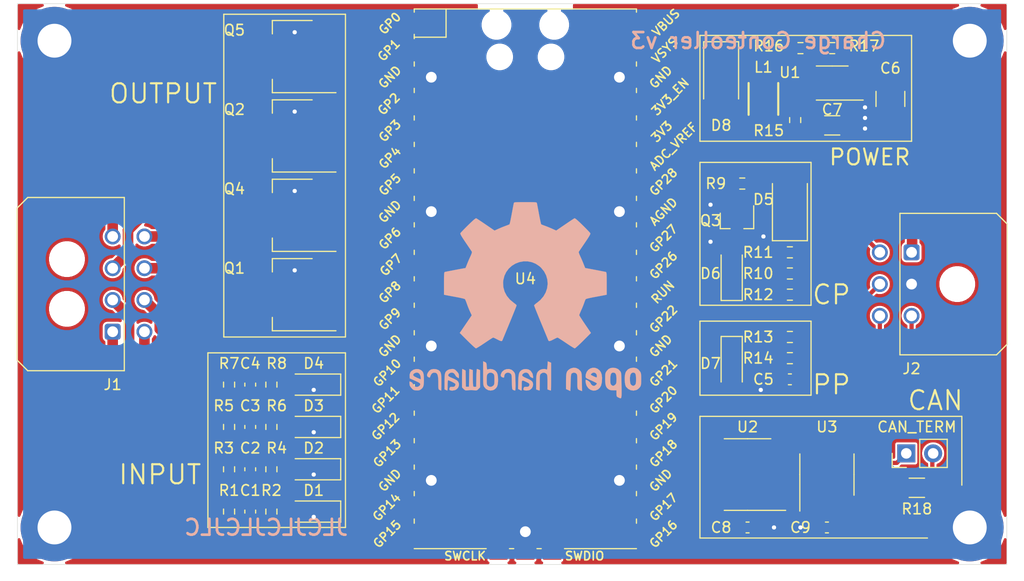
<source format=kicad_pcb>
(kicad_pcb (version 20171130) (host pcbnew 5.1.12-84ad8e8a86~92~ubuntu20.04.1)
  (layers (0 F.Cu signal) (31 B.Cu signal) (34 B.Paste user) (35 F.Paste user) (36 B.SilkS user) (37 F.SilkS user) (38 B.Mask user) (39 F.Mask user) (44 Edge.Cuts user))
  (net 0 "")
  (net 1 GND)
  (net 2 SPI_MISO)
  (net 3 SPI_CS)
  (net 4 SPI_CLK)
  (net 5 SPI_MOSI)
  (net 6 8Mhz)
  (net 7 CAN_INT)
  (net 8 +3V3)
  (net 9 RXCAN)
  (net 10 TXCAN)
  (net 11 +5V)
  (net 12 +12V)
  (net 13 CANL)
  (net 14 CANH)
  (net 15 "Net-(L1-Pad2)")
  (net 16 MCU_PP)
  (net 17 IN1)
  (net 18 EVSE_CP)
  (net 19 MCU_CP)
  (net 20 EVSE_PP)
  (net 21 MCU_SW)
  (net 22 "Net-(D5-Pad1)")
  (net 23 OUT1)
  (net 24 OUT12_4)
  (net 25 IN12_4)
  (net 26 OUT12_3)
  (net 27 IN12_3)
  (net 28 OUT12_2)
  (net 29 IN12_2)
  (net 30 OUT12_1)
  (net 31 IN12_1)
  (net 32 OUT2)
  (net 33 OUT3)
  (net 34 OUT4)
  (net 35 IN2)
  (net 36 IN3)
  (net 37 IN4)
  (net 38 Rs)
  (net 39 "Net-(D8-Pad1)")
  (net 40 "Net-(J3-Pad2)")
  (net 41 "Net-(Q3-Pad1)")
  (net 42 "Net-(Q3-Pad3)")
  (net 43 "Net-(R15-Pad1)")
  (net 44 "Net-(R16-Pad2)")
  (module Symbol:OSHW-Logo2_24.3x20mm_SilkScreen (layer B.Cu) (at 130.5 90 180)
    (fp_text reference REF** hide)
    (fp_text value OSHW-Logo2_24.3x20mm_SilkScreen hide)
  )
  (module footprints:RPi_Pico_SMD_TH (layer F.Cu) (at 130.5 88)
    (fp_text reference U4 (at 0 0) (layer F.SilkS))
    (fp_text value Pico)
    (fp_text user SWDIO (at 5.6 26.2) (layer F.SilkS) (effects (font (size 0.8 0.8))))
    (fp_text user SWCLK (at -5.7 26.2) (layer F.SilkS) (effects (font (size 0.8 0.8))))
    (fp_text user AGND (at 13.054 -6.35 45) (layer F.SilkS) (effects (font (size 0.8 0.8))))
    (fp_text user GND (at 12.8 -19.05 45) (layer F.SilkS) (effects (font (size 0.8 0.8))))
    (fp_text user GND (at 12.8 6.35 45) (layer F.SilkS) (effects (font (size 0.8 0.8))))
    (fp_text user GND (at 12.8 19.05 45) (layer F.SilkS) (effects (font (size 0.8 0.8))))
    (fp_text user GND (at -12.8 19.05 45) (layer F.SilkS) (effects (font (size 0.8 0.8))))
    (fp_text user GND (at -12.8 6.35 45) (layer F.SilkS) (effects (font (size 0.8 0.8))))
    (fp_text user GND (at -12.8 -6.35 45) (layer F.SilkS) (effects (font (size 0.8 0.8))))
    (fp_text user GND (at -12.8 -19.05 45) (layer F.SilkS) (effects (font (size 0.8 0.8))))
    (fp_text user VBUS (at 13.3 -24.2 45) (layer F.SilkS) (effects (font (size 0.8 0.8))))
    (fp_text user VSYS (at 13.2 -21.59 45) (layer F.SilkS) (effects (font (size 0.8 0.8))))
    (fp_text user 3V3_EN (at 13.7 -17.2 45) (layer F.SilkS) (effects (font (size 0.8 0.8))))
    (fp_text user 3V3 (at 12.9 -13.9 45) (layer F.SilkS) (effects (font (size 0.8 0.8))))
    (fp_text user ADC_VREF (at 14 -12.5 45) (layer F.SilkS) (effects (font (size 0.8 0.8))))
    (fp_text user GP28 (at 13.054 -9.144 45) (layer F.SilkS) (effects (font (size 0.8 0.8))))
    (fp_text user GP27 (at 13.054 -3.8 45) (layer F.SilkS) (effects (font (size 0.8 0.8))))
    (fp_text user GP26 (at 13.054 -1.27 45) (layer F.SilkS) (effects (font (size 0.8 0.8))))
    (fp_text user RUN (at 13 1.27 45) (layer F.SilkS) (effects (font (size 0.8 0.8))))
    (fp_text user GP22 (at 13.054 3.81 45) (layer F.SilkS) (effects (font (size 0.8 0.8))))
    (fp_text user GP21 (at 13.054 8.9 45) (layer F.SilkS) (effects (font (size 0.8 0.8))))
    (fp_text user GP20 (at 13.054 11.43 45) (layer F.SilkS) (effects (font (size 0.8 0.8))))
    (fp_text user GP19 (at 13.054 13.97 45) (layer F.SilkS) (effects (font (size 0.8 0.8))))
    (fp_text user GP18 (at 13.054 16.51 45) (layer F.SilkS) (effects (font (size 0.8 0.8))))
    (fp_text user GP17 (at 13.054 21.59 45) (layer F.SilkS) (effects (font (size 0.8 0.8))))
    (fp_text user GP16 (at 13.054 24.13 45) (layer F.SilkS) (effects (font (size 0.8 0.8))))
    (fp_text user GP15 (at -13.054 24.13 45) (layer F.SilkS) (effects (font (size 0.8 0.8))))
    (fp_text user GP14 (at -13.1 21.59 45) (layer F.SilkS) (effects (font (size 0.8 0.8))))
    (fp_text user GP13 (at -13.054 16.51 45) (layer F.SilkS) (effects (font (size 0.8 0.8))))
    (fp_text user GP11 (at -13.2 11.43 45) (layer F.SilkS) (effects (font (size 0.8 0.8))))
    (fp_text user GP10 (at -13.054 8.89 45) (layer F.SilkS) (effects (font (size 0.8 0.8))))
    (fp_text user GP9 (at -12.8 3.81 45) (layer F.SilkS) (effects (font (size 0.8 0.8))))
    (fp_text user GP8 (at -12.8 1.27 45) (layer F.SilkS) (effects (font (size 0.8 0.8))))
    (fp_text user GP7 (at -12.7 -1.3 45) (layer F.SilkS) (effects (font (size 0.8 0.8))))
    (fp_text user GP6 (at -12.8 -3.81 45) (layer F.SilkS) (effects (font (size 0.8 0.8))))
    (fp_text user GP5 (at -12.8 -8.89 45) (layer F.SilkS) (effects (font (size 0.8 0.8))))
    (fp_text user GP4 (at -12.8 -11.43 45) (layer F.SilkS) (effects (font (size 0.8 0.8))))
    (fp_text user GP3 (at -12.8 -13.97 45) (layer F.SilkS) (effects (font (size 0.8 0.8))))
    (fp_text user GP0 (at -12.8 -24.13 45) (layer F.SilkS) (effects (font (size 0.8 0.8))))
    (fp_text user GP2 (at -12.9 -16.51 45) (layer F.SilkS) (effects (font (size 0.8 0.8))))
    (fp_text user GP1 (at -12.9 -21.6 45) (layer F.SilkS) (effects (font (size 0.8 0.8))))
    (fp_text user GP12 (at -13.208 13.97 45) (layer F.SilkS) (effects (font (size 0.8 0.8))))
    (pad 43 smd rect (at 2.54 23.9 90) (size 3.5 1.7) (drill (offset -0.9 0)) (layers F.Cu F.Mask))
    (pad 42 thru_hole rect (at 0 23.9) (size 1.7 1.7) (drill 1.02) (layers *.Cu *.Mask) (net 1 GND))
    (pad 42 smd rect (at 0 23.9 90) (size 3.5 1.7) (drill (offset -0.9 0)) (layers F.Cu F.Mask) (net 1 GND))
    (pad 41 smd rect (at -2.54 23.9 90) (size 3.5 1.7) (drill (offset -0.9 0)) (layers F.Cu F.Mask))
    (pad "" np_thru_hole oval (at 2.425 -20.97) (size 1.5 1.5) (drill 1.5) (layers *.Cu *.Mask))
    (pad "" np_thru_hole oval (at -2.425 -20.97) (size 1.5 1.5) (drill 1.5) (layers *.Cu *.Mask))
    (pad "" np_thru_hole oval (at 2.725 -24) (size 1.8 1.8) (drill 1.8) (layers *.Cu *.Mask))
    (pad "" np_thru_hole oval (at -2.725 -24) (size 1.8 1.8) (drill 1.8) (layers *.Cu *.Mask))
    (pad 21 smd rect (at 8.89 24.13) (size 3.5 1.7) (drill (offset 0.9 0)) (layers F.Cu F.Mask) (net 2 SPI_MISO))
    (pad 22 smd rect (at 8.89 21.59) (size 3.5 1.7) (drill (offset 0.9 0)) (layers F.Cu F.Mask) (net 3 SPI_CS))
    (pad 23 smd rect (at 8.89 19.05) (size 3.5 1.7) (drill (offset 0.9 0)) (layers F.Cu F.Mask) (net 1 GND))
    (pad 24 smd rect (at 8.89 16.51) (size 3.5 1.7) (drill (offset 0.9 0)) (layers F.Cu F.Mask) (net 4 SPI_CLK))
    (pad 25 smd rect (at 8.89 13.97) (size 3.5 1.7) (drill (offset 0.9 0)) (layers F.Cu F.Mask) (net 5 SPI_MOSI))
    (pad 26 smd rect (at 8.89 11.43) (size 3.5 1.7) (drill (offset 0.9 0)) (layers F.Cu F.Mask) (net 7 CAN_INT))
    (pad 27 smd rect (at 8.89 8.89) (size 3.5 1.7) (drill (offset 0.9 0)) (layers F.Cu F.Mask) (net 6 8Mhz))
    (pad 28 smd rect (at 8.89 6.35) (size 3.5 1.7) (drill (offset 0.9 0)) (layers F.Cu F.Mask) (net 1 GND))
    (pad 29 smd rect (at 8.89 3.81) (size 3.5 1.7) (drill (offset 0.9 0)) (layers F.Cu F.Mask) (net 38 Rs))
    (pad 30 smd rect (at 8.89 1.27) (size 3.5 1.7) (drill (offset 0.9 0)) (layers F.Cu F.Mask))
    (pad 31 smd rect (at 8.89 -1.27) (size 3.5 1.7) (drill (offset 0.9 0)) (layers F.Cu F.Mask) (net 16 MCU_PP))
    (pad 32 smd rect (at 8.89 -3.81) (size 3.5 1.7) (drill (offset 0.9 0)) (layers F.Cu F.Mask) (net 19 MCU_CP))
    (pad 33 smd rect (at 8.89 -6.35) (size 3.5 1.7) (drill (offset 0.9 0)) (layers F.Cu F.Mask) (net 1 GND))
    (pad 34 smd rect (at 8.89 -8.89) (size 3.5 1.7) (drill (offset 0.9 0)) (layers F.Cu F.Mask) (net 21 MCU_SW))
    (pad 35 smd rect (at 8.89 -11.43) (size 3.5 1.7) (drill (offset 0.9 0)) (layers F.Cu F.Mask))
    (pad 36 smd rect (at 8.89 -13.97) (size 3.5 1.7) (drill (offset 0.9 0)) (layers F.Cu F.Mask) (net 8 +3V3))
    (pad 37 smd rect (at 8.89 -16.51) (size 3.5 1.7) (drill (offset 0.9 0)) (layers F.Cu F.Mask))
    (pad 38 smd rect (at 8.89 -19.05) (size 3.5 1.7) (drill (offset 0.9 0)) (layers F.Cu F.Mask) (net 1 GND))
    (pad 39 smd rect (at 8.89 -21.59) (size 3.5 1.7) (drill (offset 0.9 0)) (layers F.Cu F.Mask) (net 39 "Net-(D8-Pad1)"))
    (pad 40 smd rect (at 8.89 -24.13) (size 3.5 1.7) (drill (offset 0.9 0)) (layers F.Cu F.Mask))
    (pad 20 smd rect (at -8.89 24.13) (size 3.5 1.7) (drill (offset -0.9 0)) (layers F.Cu F.Mask))
    (pad 19 smd rect (at -8.89 21.59) (size 3.5 1.7) (drill (offset -0.9 0)) (layers F.Cu F.Mask) (net 17 IN1))
    (pad 18 smd rect (at -8.89 19.05) (size 3.5 1.7) (drill (offset -0.9 0)) (layers F.Cu F.Mask) (net 1 GND))
    (pad 17 smd rect (at -8.89 16.51) (size 3.5 1.7) (drill (offset -0.9 0)) (layers F.Cu F.Mask) (net 35 IN2))
    (pad 16 smd rect (at -8.89 13.97) (size 3.5 1.7) (drill (offset -0.9 0)) (layers F.Cu F.Mask) (net 36 IN3))
    (pad 15 smd rect (at -8.89 11.43) (size 3.5 1.7) (drill (offset -0.9 0)) (layers F.Cu F.Mask))
    (pad 14 smd rect (at -8.89 8.89) (size 3.5 1.7) (drill (offset -0.9 0)) (layers F.Cu F.Mask) (net 37 IN4))
    (pad 13 smd rect (at -8.89 6.35) (size 3.5 1.7) (drill (offset -0.9 0)) (layers F.Cu F.Mask) (net 1 GND))
    (pad 12 smd rect (at -8.89 3.81) (size 3.5 1.7) (drill (offset -0.9 0)) (layers F.Cu F.Mask) (net 23 OUT1))
    (pad 11 smd rect (at -8.89 1.27) (size 3.5 1.7) (drill (offset -0.9 0)) (layers F.Cu F.Mask))
    (pad 10 smd rect (at -8.89 -1.27) (size 3.5 1.7) (drill (offset -0.9 0)) (layers F.Cu F.Mask))
    (pad 9 smd rect (at -8.89 -3.81) (size 3.5 1.7) (drill (offset -0.9 0)) (layers F.Cu F.Mask) (net 32 OUT2))
    (pad 8 smd rect (at -8.89 -6.35) (size 3.5 1.7) (drill (offset -0.9 0)) (layers F.Cu F.Mask) (net 1 GND))
    (pad 7 smd rect (at -8.89 -8.89) (size 3.5 1.7) (drill (offset -0.9 0)) (layers F.Cu F.Mask))
    (pad 6 smd rect (at -8.89 -11.43) (size 3.5 1.7) (drill (offset -0.9 0)) (layers F.Cu F.Mask) (net 33 OUT3))
    (pad 5 smd rect (at -8.89 -13.97) (size 3.5 1.7) (drill (offset -0.9 0)) (layers F.Cu F.Mask))
    (pad 4 smd rect (at -8.89 -16.51) (size 3.5 1.7) (drill (offset -0.9 0)) (layers F.Cu F.Mask) (net 34 OUT4))
    (pad 3 smd rect (at -8.89 -19.05) (size 3.5 1.7) (drill (offset -0.9 0)) (layers F.Cu F.Mask) (net 1 GND))
    (pad 2 smd rect (at -8.89 -21.59) (size 3.5 1.7) (drill (offset -0.9 0)) (layers F.Cu F.Mask))
    (pad 1 smd rect (at -8.89 -24.13) (size 3.5 1.7) (drill (offset -0.9 0)) (layers F.Cu F.Mask))
    (pad 38 thru_hole rect (at 8.89 -19.05) (size 1.7 1.7) (drill 1.02) (layers *.Cu *.Mask) (net 1 GND))
    (pad 33 thru_hole rect (at 8.89 -6.35) (size 1.7 1.7) (drill 1.02) (layers *.Cu *.Mask) (net 1 GND))
    (pad 28 thru_hole rect (at 8.89 6.35) (size 1.7 1.7) (drill 1.02) (layers *.Cu *.Mask) (net 1 GND))
    (pad 23 thru_hole rect (at 8.89 19.05) (size 1.7 1.7) (drill 1.02) (layers *.Cu *.Mask) (net 1 GND))
    (pad 18 thru_hole rect (at -8.89 19.05) (size 1.7 1.7) (drill 1.02) (layers *.Cu *.Mask) (net 1 GND))
    (pad 13 thru_hole rect (at -8.89 6.35) (size 1.7 1.7) (drill 1.02) (layers *.Cu *.Mask) (net 1 GND))
    (pad 8 thru_hole rect (at -8.89 -6.35) (size 1.7 1.7) (drill 1.02) (layers *.Cu *.Mask) (net 1 GND))
    (pad 3 thru_hole rect (at -8.89 -19.05) (size 1.7 1.7) (drill 1.02) (layers *.Cu *.Mask) (net 1 GND))
  )
  (module Resistor_SMD:R_0603_1608Metric (layer F.Cu) (at 155.5 93.5)
    (fp_text reference R13 (at -3 0 180) (layer F.SilkS))
    (fp_text value 330)
    (pad 2 smd roundrect (at 0.825 0) (size 0.8 0.95) (layers F.Cu F.Paste F.Mask) (net 20 EVSE_PP))
    (pad 1 smd roundrect (at -0.825 0) (size 0.8 0.95) (layers F.Cu F.Paste F.Mask) (net 8 +3V3))
  )
  (module Capacitor_SMD:C_0603_1608Metric (layer F.Cu) (at 155.5 97.5)
    (fp_text reference C5 (at -2.5 0) (layer F.SilkS))
    (fp_text value 470n)
    (pad 2 smd roundrect (at 0.775 0) (size 0.9 0.95) (layers F.Cu F.Paste F.Mask) (net 1 GND))
    (pad 1 smd roundrect (at -0.775 0) (size 0.9 0.95) (layers F.Cu F.Paste F.Mask) (net 16 MCU_PP))
  )
  (module Capacitor_SMD:C_0603_1608Metric (layer F.Cu) (at 104.5 98 270)
    (fp_text reference C4 (at -2 0 180) (layer F.SilkS))
    (fp_text value 470n)
    (pad 2 smd roundrect (at 0.775 0 270) (size 0.9 0.95) (layers F.Cu F.Paste F.Mask) (net 1 GND))
    (pad 1 smd roundrect (at -0.775 0 270) (size 0.9 0.95) (layers F.Cu F.Paste F.Mask) (net 37 IN4))
  )
  (module Capacitor_SMD:C_0603_1608Metric (layer F.Cu) (at 104.5 102 270)
    (fp_text reference C3 (at -2 0 180) (layer F.SilkS))
    (fp_text value 470n)
    (pad 2 smd roundrect (at 0.775 0 270) (size 0.9 0.95) (layers F.Cu F.Paste F.Mask) (net 1 GND))
    (pad 1 smd roundrect (at -0.775 0 270) (size 0.9 0.95) (layers F.Cu F.Paste F.Mask) (net 36 IN3))
  )
  (module Capacitor_SMD:C_0603_1608Metric (layer F.Cu) (at 104.5 106 270)
    (fp_text reference C2 (at -2 0 180) (layer F.SilkS))
    (fp_text value 470n)
    (pad 2 smd roundrect (at 0.775 0 270) (size 0.9 0.95) (layers F.Cu F.Paste F.Mask) (net 1 GND))
    (pad 1 smd roundrect (at -0.775 0 270) (size 0.9 0.95) (layers F.Cu F.Paste F.Mask) (net 35 IN2))
  )
  (module Capacitor_SMD:C_0603_1608Metric (layer F.Cu) (at 104.5 110 270)
    (fp_text reference C1 (at -2 0 180) (layer F.SilkS))
    (fp_text value 470n)
    (pad 2 smd roundrect (at 0.775 0 270) (size 0.9 0.95) (layers F.Cu F.Paste F.Mask) (net 1 GND))
    (pad 1 smd roundrect (at -0.775 0 270) (size 0.9 0.95) (layers F.Cu F.Paste F.Mask) (net 17 IN1))
  )
  (module Resistor_SMD:R_0603_1608Metric (layer F.Cu) (at 106.5 98 90)
    (fp_text reference R8 (at 2 0.5 180) (layer F.SilkS))
    (fp_text value 1k5)
    (pad 2 smd roundrect (at 0.825 0 90) (size 0.8 0.95) (layers F.Cu F.Paste F.Mask) (net 37 IN4))
    (pad 1 smd roundrect (at -0.825 0 90) (size 0.8 0.95) (layers F.Cu F.Paste F.Mask) (net 1 GND))
  )
  (module Resistor_SMD:R_0603_1608Metric (layer F.Cu) (at 102.5 98 270)
    (fp_text reference R7 (at -2 0 180) (layer F.SilkS))
    (fp_text value 4k7)
    (pad 2 smd roundrect (at 0.825 0 270) (size 0.8 0.95) (layers F.Cu F.Paste F.Mask) (net 25 IN12_4))
    (pad 1 smd roundrect (at -0.825 0 270) (size 0.8 0.95) (layers F.Cu F.Paste F.Mask) (net 37 IN4))
  )
  (module Resistor_SMD:R_0603_1608Metric (layer F.Cu) (at 106.5 102 90)
    (fp_text reference R6 (at 2 0.5 180) (layer F.SilkS))
    (fp_text value 1k5)
    (pad 2 smd roundrect (at 0.825 0 90) (size 0.8 0.95) (layers F.Cu F.Paste F.Mask) (net 36 IN3))
    (pad 1 smd roundrect (at -0.825 0 90) (size 0.8 0.95) (layers F.Cu F.Paste F.Mask) (net 1 GND))
  )
  (module Resistor_SMD:R_0603_1608Metric (layer F.Cu) (at 102.5 102 270)
    (fp_text reference R5 (at -2 0.5 180) (layer F.SilkS))
    (fp_text value 4k7)
    (pad 2 smd roundrect (at 0.825 0 270) (size 0.8 0.95) (layers F.Cu F.Paste F.Mask) (net 27 IN12_3))
    (pad 1 smd roundrect (at -0.825 0 270) (size 0.8 0.95) (layers F.Cu F.Paste F.Mask) (net 36 IN3))
  )
  (module Resistor_SMD:R_0603_1608Metric (layer F.Cu) (at 106.5 106 90)
    (fp_text reference R4 (at 2 0.5 180) (layer F.SilkS))
    (fp_text value 1k5)
    (pad 2 smd roundrect (at 0.825 0 90) (size 0.8 0.95) (layers F.Cu F.Paste F.Mask) (net 35 IN2))
    (pad 1 smd roundrect (at -0.825 0 90) (size 0.8 0.95) (layers F.Cu F.Paste F.Mask) (net 1 GND))
  )
  (module Resistor_SMD:R_0603_1608Metric (layer F.Cu) (at 102.5 106 270)
    (fp_text reference R3 (at -2 0.5 180) (layer F.SilkS))
    (fp_text value 4k7)
    (pad 1 smd roundrect (at -0.825 0 270) (size 0.8 0.95) (layers F.Cu F.Paste F.Mask) (net 35 IN2))
    (pad 2 smd roundrect (at 0.825 0 270) (size 0.8 0.95) (layers F.Cu F.Paste F.Mask) (net 29 IN12_2))
  )
  (module Diode_SMD:D_MiniMELF (layer F.Cu) (at 110.5 98 180)
    (fp_text reference D4 (at 0 2) (layer F.SilkS))
    (fp_text value 3v)
    (pad 2 smd rect (at 1.75 0 180) (size 1.3 1.7) (layers F.Cu F.Paste F.Mask) (net 1 GND))
    (pad 1 smd rect (at -1.75 0 180) (size 1.3 1.7) (layers F.Cu F.Paste F.Mask) (net 37 IN4))
  )
  (module Diode_SMD:D_MiniMELF (layer F.Cu) (at 110.5 102 180)
    (fp_text reference D3 (at 0 2) (layer F.SilkS))
    (fp_text value 3v)
    (pad 2 smd rect (at 1.75 0 180) (size 1.3 1.7) (layers F.Cu F.Paste F.Mask) (net 1 GND))
    (pad 1 smd rect (at -1.75 0 180) (size 1.3 1.7) (layers F.Cu F.Paste F.Mask) (net 36 IN3))
  )
  (module Diode_SMD:D_MiniMELF (layer F.Cu) (at 110.5 106 180)
    (fp_text reference D2 (at 0 2) (layer F.SilkS))
    (fp_text value 3v)
    (pad 2 smd rect (at 1.75 0 180) (size 1.3 1.7) (layers F.Cu F.Paste F.Mask) (net 1 GND))
    (pad 1 smd rect (at -1.75 0 180) (size 1.3 1.7) (layers F.Cu F.Paste F.Mask) (net 35 IN2))
  )
  (module Package_TO_SOT_SMD:SOT-223 (layer F.Cu) (at 108.5 67 180)
    (fp_text reference Q5 (at 5.5 2.5) (layer F.SilkS))
    (fp_text value NCV8402xST)
    (pad 1 smd rect (at -3.15 -2.3 180) (size 2 1.5) (layers F.Cu F.Paste F.Mask) (net 34 OUT4))
    (pad 3 smd rect (at -3.15 2.3 180) (size 2 1.5) (layers F.Cu F.Paste F.Mask) (net 1 GND))
    (pad 2 smd rect (at -3.15 0 180) (size 2 1.5) (layers F.Cu F.Paste F.Mask) (net 24 OUT12_4))
    (pad 4 smd rect (at 3.15 0 180) (size 2 3.8) (layers F.Cu F.Paste F.Mask) (net 24 OUT12_4))
  )
  (module Package_TO_SOT_SMD:SOT-223 (layer F.Cu) (at 108.5 74.5 180)
    (fp_text reference Q2 (at 5.5 2.5) (layer F.SilkS))
    (fp_text value NCV8402xST)
    (pad 1 smd rect (at -3.15 -2.3 180) (size 2 1.5) (layers F.Cu F.Paste F.Mask) (net 33 OUT3))
    (pad 3 smd rect (at -3.15 2.3 180) (size 2 1.5) (layers F.Cu F.Paste F.Mask) (net 1 GND))
    (pad 2 smd rect (at -3.15 0 180) (size 2 1.5) (layers F.Cu F.Paste F.Mask) (net 26 OUT12_3))
    (pad 4 smd rect (at 3.15 0 180) (size 2 3.8) (layers F.Cu F.Paste F.Mask) (net 26 OUT12_3))
  )
  (module Package_TO_SOT_SMD:SOT-223 (layer F.Cu) (at 108.5 82 180)
    (fp_text reference Q4 (at 5.5 2.5) (layer F.SilkS))
    (fp_text value NCV8402xST)
    (pad 1 smd rect (at -3.15 -2.3 180) (size 2 1.5) (layers F.Cu F.Paste F.Mask) (net 32 OUT2))
    (pad 3 smd rect (at -3.15 2.3 180) (size 2 1.5) (layers F.Cu F.Paste F.Mask) (net 1 GND))
    (pad 2 smd rect (at -3.15 0 180) (size 2 1.5) (layers F.Cu F.Paste F.Mask) (net 28 OUT12_2))
    (pad 4 smd rect (at 3.15 0 180) (size 2 3.8) (layers F.Cu F.Paste F.Mask) (net 28 OUT12_2))
  )
  (module Resistor_SMD:R_0603_1608Metric (layer F.Cu) (at 155.5 85.5)
    (fp_text reference R11 (at -3 0) (layer F.SilkS))
    (fp_text value 2k7)
    (pad 2 smd roundrect (at 0.825 0) (size 0.8 0.95) (layers F.Cu F.Paste F.Mask) (net 22 "Net-(D5-Pad1)"))
    (pad 1 smd roundrect (at -0.825 0) (size 0.8 0.95) (layers F.Cu F.Paste F.Mask) (net 1 GND))
  )
  (module Resistor_SMD:R_0603_1608Metric (layer F.Cu) (at 155.5 87.5)
    (fp_text reference R10 (at -3 0 180) (layer F.SilkS))
    (fp_text value 1k5)
    (pad 1 smd roundrect (at -0.825 0) (size 0.8 0.95) (layers F.Cu F.Paste F.Mask) (net 42 "Net-(Q3-Pad3)"))
    (pad 2 smd roundrect (at 0.825 0) (size 0.8 0.95) (layers F.Cu F.Paste F.Mask) (net 22 "Net-(D5-Pad1)"))
  )
  (module Resistor_SMD:R_0603_1608Metric (layer F.Cu) (at 155.5 89.5)
    (fp_text reference R12 (at -3 0 180) (layer F.SilkS))
    (fp_text value 47k)
    (pad 2 smd roundrect (at 0.825 0) (size 0.8 0.95) (layers F.Cu F.Paste F.Mask) (net 22 "Net-(D5-Pad1)"))
    (pad 1 smd roundrect (at -0.825 0) (size 0.8 0.95) (layers F.Cu F.Paste F.Mask) (net 19 MCU_CP))
  )
  (module Resistor_SMD:R_0603_1608Metric (layer F.Cu) (at 151 79 180)
    (fp_text reference R9 (at 2.5 0 180) (layer F.SilkS))
    (fp_text value 2k7)
    (pad 2 smd roundrect (at 0.825 0 180) (size 0.8 0.95) (layers F.Cu F.Paste F.Mask) (net 21 MCU_SW))
    (pad 1 smd roundrect (at -0.825 0 180) (size 0.8 0.95) (layers F.Cu F.Paste F.Mask) (net 41 "Net-(Q3-Pad1)"))
  )
  (module Resistor_SMD:R_0603_1608Metric (layer F.Cu) (at 106.5 110 90)
    (fp_text reference R2 (at 2 0 180) (layer F.SilkS))
    (fp_text value 1k5)
    (pad 2 smd roundrect (at 0.825 0 90) (size 0.8 0.95) (layers F.Cu F.Paste F.Mask) (net 17 IN1))
    (pad 1 smd roundrect (at -0.825 0 90) (size 0.8 0.95) (layers F.Cu F.Paste F.Mask) (net 1 GND))
  )
  (module Resistor_SMD:R_0603_1608Metric (layer F.Cu) (at 102.5 110 270)
    (fp_text reference R1 (at -2 0 180) (layer F.SilkS))
    (fp_text value 4k7)
    (pad 2 smd roundrect (at 0.825 0 270) (size 0.8 0.95) (layers F.Cu F.Paste F.Mask) (net 31 IN12_1))
    (pad 1 smd roundrect (at -0.825 0 270) (size 0.8 0.95) (layers F.Cu F.Paste F.Mask) (net 17 IN1))
  )
  (module Resistor_SMD:R_0603_1608Metric (layer F.Cu) (at 155.5 95.5 180)
    (fp_text reference R14 (at 3 0 180) (layer F.SilkS))
    (fp_text value 47k)
    (pad 2 smd roundrect (at 0.825 0 180) (size 0.8 0.95) (layers F.Cu F.Paste F.Mask) (net 16 MCU_PP))
    (pad 1 smd roundrect (at -0.825 0 180) (size 0.8 0.95) (layers F.Cu F.Paste F.Mask) (net 20 EVSE_PP))
  )
  (module Package_TO_SOT_SMD:SOT-223 (layer F.Cu) (at 108.5 89.5 180)
    (fp_text reference Q1 (at 5.5 2.5) (layer F.SilkS))
    (fp_text value NCV8402xST)
    (pad 1 smd rect (at -3.15 -2.3 180) (size 2 1.5) (layers F.Cu F.Paste F.Mask) (net 23 OUT1))
    (pad 3 smd rect (at -3.15 2.3 180) (size 2 1.5) (layers F.Cu F.Paste F.Mask) (net 1 GND))
    (pad 2 smd rect (at -3.15 0 180) (size 2 1.5) (layers F.Cu F.Paste F.Mask) (net 30 OUT12_1))
    (pad 4 smd rect (at 3.15 0 180) (size 2 3.8) (layers F.Cu F.Paste F.Mask) (net 30 OUT12_1))
  )
  (module Package_TO_SOT_SMD:SOT-23 (layer F.Cu) (at 150.5 82.5 270)
    (fp_text reference Q3 (at 0 2.5) (layer F.SilkS))
    (fp_text value MMBT3904)
    (pad 1 smd rect (at -1 -0.95 270) (size 0.9 0.8) (layers F.Cu F.Paste F.Mask) (net 41 "Net-(Q3-Pad1)"))
    (pad 2 smd rect (at -1 0.95 270) (size 0.9 0.8) (layers F.Cu F.Paste F.Mask) (net 1 GND))
    (pad 3 smd rect (at 1 0 270) (size 0.9 0.8) (layers F.Cu F.Paste F.Mask) (net 42 "Net-(Q3-Pad3)"))
  )
  (module MountingHole:MountingHole_3.2mm_M3_Pad (layer F.Cu) (at 172.5 111.5)
    (fp_text reference H4 hide)
    (fp_text value MountingHole)
    (pad 1 thru_hole circle (at 0 0) (size 6.4 6.4) (drill 3.2) (layers *.Cu *.Mask) (net 1 GND))
  )
  (module MountingHole:MountingHole_3.2mm_M3_Pad (layer F.Cu) (at 86 111.5)
    (fp_text reference H3 hide)
    (fp_text value MountingHole)
    (pad 1 thru_hole circle (at 0 0) (size 6.4 6.4) (drill 3.2) (layers *.Cu *.Mask) (net 1 GND))
  )
  (module MountingHole:MountingHole_3.2mm_M3_Pad (layer F.Cu) (at 172.5 65.5)
    (fp_text reference H2 hide)
    (fp_text value MountingHole)
    (pad 1 thru_hole circle (at 0 0) (size 6.4 6.4) (drill 3.2) (layers *.Cu *.Mask) (net 1 GND))
  )
  (module MountingHole:MountingHole_3.2mm_M3_Pad (layer F.Cu) (at 86 65.5)
    (fp_text reference H1 hide)
    (fp_text value MountingHole)
    (pad 1 thru_hole circle (at 0 0) (size 6.4 6.4) (drill 3.2) (layers *.Cu *.Mask) (net 1 GND))
  )
  (module Diode_SMD:D_MiniMELF (layer F.Cu) (at 150 87.5 90)
    (fp_text reference D6 (at 0 -2 180) (layer F.SilkS))
    (fp_text value 3v)
    (pad 2 smd rect (at 1.75 0 90) (size 1.3 1.7) (layers F.Cu F.Paste F.Mask) (net 1 GND))
    (pad 1 smd rect (at -1.75 0 90) (size 1.3 1.7) (layers F.Cu F.Paste F.Mask) (net 19 MCU_CP))
  )
  (module Diode_SMD:D_SMA (layer F.Cu) (at 155.5 81 90)
    (fp_text reference D5 (at 0.5 -2.5) (layer F.SilkS))
    (fp_text value SS54)
    (pad 1 smd rect (at -2 0 90) (size 2.5 1.8) (layers F.Cu F.Paste F.Mask) (net 22 "Net-(D5-Pad1)"))
    (pad 2 smd rect (at 2 0 90) (size 2.5 1.8) (layers F.Cu F.Paste F.Mask) (net 18 EVSE_CP))
  )
  (module Diode_SMD:D_MiniMELF (layer F.Cu) (at 110.5 110 180)
    (fp_text reference D1 (at 0 2) (layer F.SilkS))
    (fp_text value 3v)
    (pad 2 smd rect (at 1.75 0 180) (size 1.3 1.7) (layers F.Cu F.Paste F.Mask) (net 1 GND))
    (pad 1 smd rect (at -1.75 0 180) (size 1.3 1.7) (layers F.Cu F.Paste F.Mask) (net 17 IN1))
  )
  (module Diode_SMD:D_MiniMELF (layer F.Cu) (at 150 96 270)
    (fp_text reference D7 (at 0 2 180) (layer F.SilkS))
    (fp_text value 3v)
    (pad 2 smd rect (at 1.75 0 270) (size 1.3 1.7) (layers F.Cu F.Paste F.Mask) (net 1 GND))
    (pad 1 smd rect (at -1.75 0 270) (size 1.3 1.7) (layers F.Cu F.Paste F.Mask) (net 16 MCU_PP))
  )
  (module Connector_Molex:Molex_Micro-Fit_3.0_43045-0600_2x03_P3.00mm_Horizontal (layer F.Cu) (at 167 85.5 270)
    (fp_text reference J2 (at 11 0 180) (layer F.SilkS))
    (fp_text value Conn_02x03_Odd_Even)
    (pad 6 thru_hole circle (at 6 3 270) (size 1.5 1.5) (drill 1.02) (layers *.Cu *.Mask) (net 14 CANH))
    (pad 5 thru_hole circle (at 3 3 270) (size 1.5 1.5) (drill 1.02) (layers *.Cu *.Mask) (net 20 EVSE_PP))
    (pad 4 thru_hole circle (at 0 3 270) (size 1.5 1.5) (drill 1.02) (layers *.Cu *.Mask) (net 18 EVSE_CP))
    (pad 3 thru_hole circle (at 6 0 270) (size 1.5 1.5) (drill 1.02) (layers *.Cu *.Mask) (net 13 CANL))
    (pad 2 thru_hole circle (at 3 0 270) (size 1.5 1.5) (drill 1.02) (layers *.Cu *.Mask) (net 1 GND))
    (pad 1 thru_hole roundrect (at 0 0 270) (size 1.5 1.5) (drill 1.02) (layers *.Cu *.Mask) (roundrect_rratio 0.166667) (net 12 +12V))
    (pad "" np_thru_hole circle (at 3 -4.32 270) (size 3 3) (drill 3) (layers *.Cu *.Mask))
  )
  (module Connector_Molex:Molex_Micro-Fit_3.0_43045-0800_2x04_P3.00mm_Horizontal (layer F.Cu) (at 91.5 93 90)
    (fp_text reference J1 (at -5 0 180) (layer F.SilkS))
    (fp_text value Conn_02x04_Odd_Even)
    (pad 8 thru_hole circle (at 9 3 90) (size 1.5 1.5) (drill 1.02) (layers *.Cu *.Mask) (net 28 OUT12_2))
    (pad 7 thru_hole circle (at 6 3 90) (size 1.5 1.5) (drill 1.02) (layers *.Cu *.Mask) (net 30 OUT12_1))
    (pad 6 thru_hole circle (at 3 3 90) (size 1.5 1.5) (drill 1.02) (layers *.Cu *.Mask) (net 25 IN12_4))
    (pad 5 thru_hole circle (at 0 3 90) (size 1.5 1.5) (drill 1.02) (layers *.Cu *.Mask) (net 27 IN12_3))
    (pad 4 thru_hole circle (at 9 0 90) (size 1.5 1.5) (drill 1.02) (layers *.Cu *.Mask) (net 24 OUT12_4))
    (pad 3 thru_hole circle (at 6 0 90) (size 1.5 1.5) (drill 1.02) (layers *.Cu *.Mask) (net 26 OUT12_3))
    (pad 2 thru_hole circle (at 3 0 90) (size 1.5 1.5) (drill 1.02) (layers *.Cu *.Mask) (net 29 IN12_2))
    (pad 1 thru_hole roundrect (at 0 0 90) (size 1.5 1.5) (drill 1.02) (layers *.Cu *.Mask) (roundrect_rratio 0.166667) (net 31 IN12_1))
    (pad "" np_thru_hole circle (at 6.86 -4.32 90) (size 3 3) (drill 3) (layers *.Cu *.Mask))
    (pad "" np_thru_hole circle (at 2.16 -4.32 90) (size 3 3) (drill 3) (layers *.Cu *.Mask))
  )
  (module footprints:1227ASH100MP2 (layer F.Cu) (at 153 71 90)
    (fp_text reference L1 (at 3 0 180) (layer F.SilkS))
    (fp_text value 2.2u hide)
    (pad 2 smd rect (at 1.35 0 90) (size 0.9 1.2) (layers F.Cu F.Paste F.Mask) (net 15 "Net-(L1-Pad2)"))
    (pad 1 smd rect (at -1.35 0 90) (size 0.9 1.2) (layers F.Cu F.Paste F.Mask) (net 11 +5V))
  )
  (module Resistor_SMD:R_1206_3216Metric (layer F.Cu) (at 167.5 107.75 180)
    (fp_text reference R18 (at 0 -2) (layer F.SilkS))
    (fp_text value 120)
    (pad 1 smd roundrect (at -1.4625 0 180) (size 1.125 1.75) (layers F.Cu F.Paste F.Mask) (roundrect_rratio 0.2222204444444444) (net 40 "Net-(J3-Pad2)"))
    (pad 2 smd roundrect (at 1.4625 0 180) (size 1.125 1.75) (layers F.Cu F.Paste F.Mask) (roundrect_rratio 0.2222204444444444) (net 14 CANH))
  )
  (module Connector_PinHeader_2.54mm:PinHeader_1x02_P2.54mm_Vertical (layer F.Cu) (at 166.5 104.5 90)
    (fp_text reference J3 hide)
    (fp_text value CAN_TERM (at 2.5 1 180) (layer F.SilkS))
    (pad 1 thru_hole rect (at 0 0 90) (size 1.7 1.7) (drill 1) (layers *.Cu *.Mask) (net 13 CANL))
    (pad 2 thru_hole oval (at 0 2.54 90) (size 1.7 1.7) (drill 1) (layers *.Cu *.Mask) (net 40 "Net-(J3-Pad2)"))
  )
  (module Capacitor_SMD:C_1206_3216Metric (layer F.Cu) (at 159.5 73.5)
    (fp_text reference C7 (at 0 -1.5) (layer F.SilkS))
    (fp_text value 22u)
    (pad 2 smd roundrect (at 1.475 0) (size 1.15 1.8) (layers F.Cu F.Paste F.Mask) (roundrect_rratio 0.2173904347826087) (net 1 GND))
    (pad 1 smd roundrect (at -1.475 0) (size 1.15 1.8) (layers F.Cu F.Paste F.Mask) (roundrect_rratio 0.2173904347826087) (net 11 +5V))
  )
  (module Package_SO:MSOP-8_3x3mm_P0.65mm (layer F.Cu) (at 159.5 69.5 180)
    (fp_text reference U1 (at 4 1 180) (layer F.SilkS))
    (fp_text value TPS62160DGK)
    (pad 8 smd roundrect (at 2.1125 -0.975 180) (size 1.625 0.4) (layers F.Cu F.Paste F.Mask) (net 43 "Net-(R15-Pad1)"))
    (pad 7 smd roundrect (at 2.1125 -0.325 180) (size 1.625 0.4) (layers F.Cu F.Paste F.Mask) (net 15 "Net-(L1-Pad2)"))
    (pad 6 smd roundrect (at 2.1125 0.325 180) (size 1.625 0.4) (layers F.Cu F.Paste F.Mask) (net 11 +5V))
    (pad 5 smd roundrect (at 2.1125 0.975 180) (size 1.625 0.4) (layers F.Cu F.Paste F.Mask) (net 44 "Net-(R16-Pad2)"))
    (pad 4 smd roundrect (at -2.1125 0.975 180) (size 1.625 0.4) (layers F.Cu F.Paste F.Mask) (net 1 GND))
    (pad 3 smd roundrect (at -2.1125 0.325 180) (size 1.625 0.4) (layers F.Cu F.Paste F.Mask) (net 12 +12V))
    (pad 2 smd roundrect (at -2.1125 -0.325 180) (size 1.625 0.4) (layers F.Cu F.Paste F.Mask) (net 12 +12V))
    (pad 1 smd roundrect (at -2.1125 -0.975 180) (size 1.625 0.4) (layers F.Cu F.Paste F.Mask) (net 1 GND))
  )
  (module Resistor_SMD:R_0603_1608Metric (layer F.Cu) (at 159.5 66.2)
    (fp_text reference R17 (at 3 -0.2) (layer F.SilkS))
    (fp_text value 47k)
    (pad 2 smd roundrect (at 0.825 0) (size 0.8 0.95) (layers F.Cu F.Paste F.Mask) (net 1 GND))
    (pad 1 smd roundrect (at -0.825 0) (size 0.8 0.95) (layers F.Cu F.Paste F.Mask) (net 44 "Net-(R16-Pad2)"))
  )
  (module Resistor_SMD:R_0603_1608Metric (layer F.Cu) (at 156.5 66.2)
    (fp_text reference R16 (at -3 -0.2) (layer F.SilkS))
    (fp_text value 220k)
    (pad 2 smd roundrect (at 0.825 0) (size 0.8 0.95) (layers F.Cu F.Paste F.Mask) (net 44 "Net-(R16-Pad2)"))
    (pad 1 smd roundrect (at -0.825 0) (size 0.8 0.95) (layers F.Cu F.Paste F.Mask) (net 11 +5V))
  )
  (module Resistor_SMD:R_0603_1608Metric (layer F.Cu) (at 156 73 270)
    (fp_text reference R15 (at 1 2.5) (layer F.SilkS))
    (fp_text value 100k)
    (pad 2 smd roundrect (at 0.825 0 270) (size 0.8 0.95) (layers F.Cu F.Paste F.Mask) (net 11 +5V))
    (pad 1 smd roundrect (at -0.825 0 270) (size 0.8 0.95) (layers F.Cu F.Paste F.Mask) (net 43 "Net-(R15-Pad1)"))
  )
  (module Capacitor_SMD:C_1210_3225Metric (layer F.Cu) (at 165 71 270)
    (fp_text reference C6 (at -2.9 0 180) (layer F.SilkS))
    (fp_text value 10u)
    (pad 2 smd roundrect (at 1.475 0 270) (size 1.15 2.7) (layers F.Cu F.Paste F.Mask) (roundrect_rratio 0.2173904347826087) (net 1 GND))
    (pad 1 smd roundrect (at -1.475 0 270) (size 1.15 2.7) (layers F.Cu F.Paste F.Mask) (roundrect_rratio 0.2173904347826087) (net 12 +12V))
  )
  (module Capacitor_SMD:C_0603_1608Metric (layer F.Cu) (at 159 111.5 180)
    (fp_text reference C9 (at 2.5 0) (layer F.SilkS))
    (fp_text value 100n)
    (pad 2 smd roundrect (at 0.775 0 180) (size 0.9 0.95) (layers F.Cu F.Paste F.Mask) (net 1 GND))
    (pad 1 smd roundrect (at -0.775 0 180) (size 0.9 0.95) (layers F.Cu F.Paste F.Mask) (net 8 +3V3))
  )
  (module Capacitor_SMD:C_0603_1608Metric (layer F.Cu) (at 151.5 111.5)
    (fp_text reference C8 (at -2.5 0 180) (layer F.SilkS))
    (fp_text value 100n)
    (pad 2 smd roundrect (at 0.775 0) (size 0.9 0.95) (layers F.Cu F.Paste F.Mask) (net 1 GND))
    (pad 1 smd roundrect (at -0.775 0) (size 0.9 0.95) (layers F.Cu F.Paste F.Mask) (net 8 +3V3))
  )
  (module Package_SO:SOIC-8_3.9x4.9mm_P1.27mm (layer F.Cu) (at 159 106.5 90)
    (fp_text reference U3 (at 4.5 0 180) (layer F.SilkS))
    (fp_text value SN65HVD230)
    (pad 8 smd roundrect (at 2.475 -1.905 90) (size 1.95 0.6) (layers F.Cu F.Paste F.Mask) (net 38 Rs))
    (pad 7 smd roundrect (at 2.475 -0.635 90) (size 1.95 0.6) (layers F.Cu F.Paste F.Mask) (net 14 CANH))
    (pad 6 smd roundrect (at 2.475 0.635 90) (size 1.95 0.6) (layers F.Cu F.Paste F.Mask) (net 13 CANL))
    (pad 5 smd roundrect (at 2.475 1.905 90) (size 1.95 0.6) (layers F.Cu F.Paste F.Mask))
    (pad 4 smd roundrect (at -2.475 1.905 90) (size 1.95 0.6) (layers F.Cu F.Paste F.Mask) (net 9 RXCAN))
    (pad 3 smd roundrect (at -2.475 0.635 90) (size 1.95 0.6) (layers F.Cu F.Paste F.Mask) (net 8 +3V3))
    (pad 2 smd roundrect (at -2.475 -0.635 90) (size 1.95 0.6) (layers F.Cu F.Paste F.Mask) (net 1 GND))
    (pad 1 smd roundrect (at -2.475 -1.905 90) (size 1.95 0.6) (layers F.Cu F.Paste F.Mask) (net 10 TXCAN))
  )
  (module Package_SO:TSSOP-20_4.4x6.5mm_P0.65mm (layer F.Cu) (at 151.5 106.5 180)
    (fp_text reference U2 (at 0 4.5 180) (layer F.SilkS))
    (fp_text value MCP2515-xST)
    (pad 20 smd roundrect (at 2.8625 -2.925 180) (size 1.475 0.4) (layers F.Cu F.Paste F.Mask) (net 8 +3V3))
    (pad 19 smd roundrect (at 2.8625 -2.275 180) (size 1.475 0.4) (layers F.Cu F.Paste F.Mask) (net 8 +3V3))
    (pad 18 smd roundrect (at 2.8625 -1.625 180) (size 1.475 0.4) (layers F.Cu F.Paste F.Mask) (net 3 SPI_CS))
    (pad 17 smd roundrect (at 2.8625 -0.975 180) (size 1.475 0.4) (layers F.Cu F.Paste F.Mask) (net 2 SPI_MISO))
    (pad 16 smd roundrect (at 2.8625 -0.325 180) (size 1.475 0.4) (layers F.Cu F.Paste F.Mask) (net 5 SPI_MOSI))
    (pad 15 smd roundrect (at 2.8625 0.325 180) (size 1.475 0.4) (layers F.Cu F.Paste F.Mask))
    (pad 14 smd roundrect (at 2.8625 0.975 180) (size 1.475 0.4) (layers F.Cu F.Paste F.Mask) (net 4 SPI_CLK))
    (pad 13 smd roundrect (at 2.8625 1.625 180) (size 1.475 0.4) (layers F.Cu F.Paste F.Mask) (net 7 CAN_INT))
    (pad 12 smd roundrect (at 2.8625 2.275 180) (size 1.475 0.4) (layers F.Cu F.Paste F.Mask))
    (pad 11 smd roundrect (at 2.8625 2.925 180) (size 1.475 0.4) (layers F.Cu F.Paste F.Mask))
    (pad 10 smd roundrect (at -2.8625 2.925 180) (size 1.475 0.4) (layers F.Cu F.Paste F.Mask) (net 1 GND))
    (pad 9 smd roundrect (at -2.8625 2.275 180) (size 1.475 0.4) (layers F.Cu F.Paste F.Mask) (net 6 8Mhz))
    (pad 8 smd roundrect (at -2.8625 1.625 180) (size 1.475 0.4) (layers F.Cu F.Paste F.Mask))
    (pad 7 smd roundrect (at -2.8625 0.975 180) (size 1.475 0.4) (layers F.Cu F.Paste F.Mask))
    (pad 6 smd roundrect (at -2.8625 0.325 180) (size 1.475 0.4) (layers F.Cu F.Paste F.Mask))
    (pad 5 smd roundrect (at -2.8625 -0.325 180) (size 1.475 0.4) (layers F.Cu F.Paste F.Mask))
    (pad 4 smd roundrect (at -2.8625 -0.975 180) (size 1.475 0.4) (layers F.Cu F.Paste F.Mask))
    (pad 3 smd roundrect (at -2.8625 -1.625 180) (size 1.475 0.4) (layers F.Cu F.Paste F.Mask))
    (pad 2 smd roundrect (at -2.8625 -2.275 180) (size 1.475 0.4) (layers F.Cu F.Paste F.Mask) (net 9 RXCAN))
    (pad 1 smd roundrect (at -2.8625 -2.925 180) (size 1.475 0.4) (layers F.Cu F.Paste F.Mask) (net 10 TXCAN))
  )
  (module Diode_SMD:D_SMA (layer F.Cu) (at 149 69 270)
    (fp_text reference D8 (at 4.5 0 180) (layer F.SilkS))
    (fp_text value SS54)
    (pad 1 smd rect (at -2 0 270) (size 2.5 1.8) (layers F.Cu F.Paste F.Mask) (net 39 "Net-(D8-Pad1)"))
    (pad 2 smd rect (at 2 0 270) (size 2.5 1.8) (layers F.Cu F.Paste F.Mask) (net 11 +5V))
  )
  (gr_text "Charge Conteoller v3" (at 152.5 65.5) (layer B.SilkS) (effects (font (size 1.5 1.5) (thickness 0.25)) (justify mirror)))
  (gr_text OUTPUT (at 101.5 70.5) (layer F.SilkS) (effects (font (size 1.8 1.8) (thickness 0.2)) (justify right)))
  (gr_text INPUT (at 100 106.5) (layer F.SilkS) (effects (font (size 1.8 1.8) (thickness 0.2)) (justify right)))
  (gr_line (start 102 93.5) (end 113.5 93.5) (layer F.SilkS) (width 0.12))
  (gr_line (start 102 63) (end 102 93.5) (layer F.SilkS) (width 0.12))
  (gr_line (start 113.5 63) (end 102 63) (layer F.SilkS) (width 0.12))
  (gr_line (start 113.5 93.5) (end 113.5 63) (layer F.SilkS) (width 0.12))
  (gr_line (start 100.5 111.5) (end 113.5 111.5) (layer F.SilkS) (width 0.12))
  (gr_line (start 100.5 95) (end 100.5 111.5) (layer F.SilkS) (width 0.12))
  (gr_line (start 113.5 95) (end 100.5 95) (layer F.SilkS) (width 0.12))
  (gr_line (start 113.5 111.5) (end 113.5 95) (layer F.SilkS) (width 0.12))
  (gr_line (start 147 90.5) (end 147 77) (layer F.SilkS) (width 0.12))
  (gr_line (start 157.5 90.5) (end 147 90.5) (layer F.SilkS) (width 0.12))
  (gr_line (start 157.5 77) (end 157.5 90.5) (layer F.SilkS) (width 0.12))
  (gr_line (start 147 77) (end 157.5 77) (layer F.SilkS) (width 0.12))
  (gr_text CAN (at 172 99.5) (layer F.SilkS) (effects (font (size 1.8 1.8) (thickness 0.2)) (justify right)))
  (gr_line (start 147 112.5) (end 147 101) (layer F.SilkS) (width 0.12))
  (gr_line (start 168.5 112.5) (end 147 112.5) (layer F.SilkS) (width 0.12))
  (gr_line (start 171.75 101) (end 171.75 107.5) (layer F.SilkS) (width 0.12))
  (gr_line (start 147 101) (end 171.75 101) (layer F.SilkS) (width 0.12))
  (gr_text POWER (at 167 76.5) (layer F.SilkS) (effects (font (size 1.5 1.5) (thickness 0.2)) (justify right)))
  (gr_line (start 147 75) (end 147 65) (layer F.SilkS) (width 0.12))
  (gr_line (start 167 75) (end 147 75) (layer F.SilkS) (width 0.12))
  (gr_line (start 167 65) (end 167 75) (layer F.SilkS) (width 0.12))
  (gr_line (start 147 65) (end 167 65) (layer F.SilkS) (width 0.12))
  (gr_text PP (at 157.5 98) (layer F.SilkS) (effects (font (size 1.8 1.8) (thickness 0.2)) (justify left)))
  (gr_line (start 157.5 99) (end 147 99) (layer F.SilkS) (width 0.12))
  (gr_line (start 157.5 92) (end 157.5 99) (layer F.SilkS) (width 0.12))
  (gr_line (start 147 92) (end 157.5 92) (layer F.SilkS) (width 0.12))
  (gr_line (start 147 99) (end 147 92) (layer F.SilkS) (width 0.12))
  (gr_text CP (at 157.5 89.5) (layer F.SilkS) (effects (font (size 1.8 1.8) (thickness 0.2)) (justify left)))
  (gr_text JLCJLCJLCJLC (at 106 111.5) (layer B.SilkS) (effects (font (size 1.5 1.5) (thickness 0.25)) (justify mirror)))
  (gr_line (start 82.5 115) (end 82.5 62) (layer Edge.Cuts) (width 0.05))
  (gr_line (start 176 115) (end 82.5 115) (layer Edge.Cuts) (width 0.05))
  (gr_line (start 176 62) (end 176 115) (layer Edge.Cuts) (width 0.05))
  (gr_line (start 82.5 62) (end 176 62) (layer Edge.Cuts) (width 0.05))
  (via (at 162.6 71.8) (size 0.8) (drill 0.4) (layers F.Cu B.Cu) (net 1))
  (via (at 162.6 72.8) (size 0.8) (drill 0.4) (layers F.Cu B.Cu) (net 1))
  (segment (start 161.425 68.475) (end 161.4 68.5) (width 0.4) (layer F.Cu) (net 1))
  (via (at 162.6 73.8) (size 0.8) (drill 0.4) (layers F.Cu B.Cu) (net 1))
  (segment (start 158.365 111.36) (end 158.225 111.5) (width 0.4) (layer F.Cu) (net 1))
  (segment (start 158.365 108.975) (end 158.365 111.36) (width 0.4) (layer F.Cu) (net 1))
  (segment (start 152.275 104.867876) (end 153.567876 103.575) (width 0.4) (layer F.Cu) (net 1))
  (segment (start 153.567876 103.575) (end 154.3625 103.575) (width 0.4) (layer F.Cu) (net 1))
  (segment (start 152.275 111.5) (end 152.275 104.867876) (width 0.4) (layer F.Cu) (net 1))
  (via (at 154 111.5) (size 0.8) (drill 0.4) (layers F.Cu B.Cu) (net 1))
  (segment (start 152.275 111.5) (end 154 111.5) (width 0.4) (layer F.Cu) (net 1))
  (via (at 156.5 111.5) (size 0.8) (drill 0.4) (layers F.Cu B.Cu) (net 1))
  (segment (start 158.225 111.5) (end 156.5 111.5) (width 0.4) (layer F.Cu) (net 1))
  (segment (start 108.7 87.2) (end 111.65 87.2) (width 1) (layer F.Cu) (net 1))
  (via (at 108.7 87.2) (size 0.8) (drill 0.4) (layers F.Cu B.Cu) (net 1))
  (segment (start 108.7 79.7) (end 111.65 79.7) (width 1) (layer F.Cu) (net 1))
  (via (at 108.7 79.7) (size 0.8) (drill 0.4) (layers F.Cu B.Cu) (net 1))
  (segment (start 108.7 72.2) (end 111.65 72.2) (width 1) (layer F.Cu) (net 1))
  (via (at 108.7 72.2) (size 0.8) (drill 0.4) (layers F.Cu B.Cu) (net 1))
  (via (at 108.7 64.7) (size 0.8) (drill 0.4) (layers F.Cu B.Cu) (net 1))
  (segment (start 108.7 64.7) (end 111.65 64.7) (width 1) (layer F.Cu) (net 1))
  (via (at 110.5 98.5) (size 0.8) (drill 0.4) (layers F.Cu B.Cu) (net 1))
  (segment (start 110 98) (end 110.5 98.5) (width 1) (layer F.Cu) (net 1))
  (segment (start 108.75 98) (end 110 98) (width 1) (layer F.Cu) (net 1))
  (via (at 110.5 102.5) (size 0.8) (drill 0.4) (layers F.Cu B.Cu) (net 1))
  (segment (start 108.75 102) (end 110 102) (width 1) (layer F.Cu) (net 1))
  (segment (start 110 102) (end 110.5 102.5) (width 1) (layer F.Cu) (net 1))
  (segment (start 110 106) (end 110.5 106.5) (width 1) (layer F.Cu) (net 1))
  (segment (start 108.75 106) (end 110 106) (width 1) (layer F.Cu) (net 1))
  (via (at 110.5 106.5) (size 0.8) (drill 0.4) (layers F.Cu B.Cu) (net 1))
  (via (at 110.5 110.5) (size 0.8) (drill 0.4) (layers F.Cu B.Cu) (net 1))
  (segment (start 108.75 110) (end 110 110) (width 1) (layer F.Cu) (net 1))
  (segment (start 110 110) (end 110.5 110.5) (width 1) (layer F.Cu) (net 1))
  (segment (start 107.925 110.825) (end 108.75 110) (width 1) (layer F.Cu) (net 1))
  (segment (start 106.5 110.825) (end 107.925 110.825) (width 1) (layer F.Cu) (net 1))
  (segment (start 107.925 106.825) (end 108.75 106) (width 1) (layer F.Cu) (net 1))
  (segment (start 106.5 106.825) (end 107.925 106.825) (width 1) (layer F.Cu) (net 1))
  (segment (start 107.925 102.825) (end 108.75 102) (width 1) (layer F.Cu) (net 1))
  (segment (start 106.5 102.825) (end 107.925 102.825) (width 1) (layer F.Cu) (net 1))
  (segment (start 107.925 98.825) (end 108.75 98) (width 1) (layer F.Cu) (net 1))
  (segment (start 106.5 98.825) (end 107.925 98.825) (width 1) (layer F.Cu) (net 1))
  (via (at 148 84.5) (size 0.8) (drill 0.4) (layers F.Cu B.Cu) (net 1))
  (segment (start 148.75 84.5) (end 150 85.75) (width 0.4) (layer F.Cu) (net 1))
  (segment (start 148 84.5) (end 148.75 84.5) (width 0.4) (layer F.Cu) (net 1))
  (via (at 152.75 98.5) (size 0.8) (drill 0.4) (layers F.Cu B.Cu) (net 1))
  (segment (start 155.275 98.5) (end 156.275 97.5) (width 0.4) (layer F.Cu) (net 1))
  (segment (start 152 97.75) (end 152.75 98.5) (width 0.4) (layer F.Cu) (net 1))
  (segment (start 150 97.75) (end 152 97.75) (width 0.4) (layer F.Cu) (net 1))
  (segment (start 104.55 110.825) (end 104.5 110.775) (width 1) (layer F.Cu) (net 1))
  (segment (start 106.5 110.825) (end 104.55 110.825) (width 1) (layer F.Cu) (net 1))
  (segment (start 104.55 106.825) (end 104.5 106.775) (width 1) (layer F.Cu) (net 1))
  (segment (start 106.5 106.825) (end 104.55 106.825) (width 1) (layer F.Cu) (net 1))
  (segment (start 104.55 102.825) (end 104.5 102.775) (width 1) (layer F.Cu) (net 1))
  (segment (start 106.5 102.825) (end 104.55 102.825) (width 1) (layer F.Cu) (net 1))
  (segment (start 104.55 98.825) (end 104.5 98.775) (width 1) (layer F.Cu) (net 1))
  (segment (start 106.5 98.825) (end 104.55 98.825) (width 1) (layer F.Cu) (net 1))
  (segment (start 152.75 98.5) (end 155.275 98.5) (width 0.4) (layer F.Cu) (net 1))
  (segment (start 148.5 81.5) (end 148 81) (width 0.4) (layer F.Cu) (net 1))
  (via (at 148 81) (size 0.8) (drill 0.4) (layers F.Cu B.Cu) (net 1))
  (segment (start 149.55 81.5) (end 148.5 81.5) (width 0.4) (layer F.Cu) (net 1))
  (segment (start 154.675 85.5) (end 153.5 85.5) (width 0.4) (layer F.Cu) (net 1))
  (via (at 153 84) (size 0.8) (drill 0.4) (layers F.Cu B.Cu) (net 1))
  (segment (start 153 85) (end 153 84) (width 0.4) (layer F.Cu) (net 1))
  (segment (start 153.5 85.5) (end 153 85) (width 0.4) (layer F.Cu) (net 1))
  (segment (start 138.139999 105.879999) (end 138.219999 105.799999) (width 0.4) (layer F.Cu) (net 2))
  (segment (start 138.139999 110.879999) (end 138.139999 105.879999) (width 0.4) (layer F.Cu) (net 2))
  (segment (start 139.39 112.13) (end 138.139999 110.879999) (width 0.4) (layer F.Cu) (net 2))
  (segment (start 144.975 107.475) (end 143.299999 105.799999) (width 0.4) (layer F.Cu) (net 2))
  (segment (start 148.6375 107.475) (end 144.975 107.475) (width 0.4) (layer F.Cu) (net 2))
  (segment (start 138.219999 105.799999) (end 143.299999 105.799999) (width 0.4) (layer F.Cu) (net 2))
  (segment (start 143.41 109.59) (end 144.875 108.125) (width 0.4) (layer F.Cu) (net 3))
  (segment (start 139.39 109.59) (end 143.41 109.59) (width 0.4) (layer F.Cu) (net 3))
  (segment (start 148.6375 108.125) (end 144.875 108.125) (width 0.4) (layer F.Cu) (net 3))
  (segment (start 142.839333 100.719999) (end 147.644334 105.525) (width 0.4) (layer F.Cu) (net 4))
  (segment (start 138.219999 100.719999) (end 142.839333 100.719999) (width 0.4) (layer F.Cu) (net 4))
  (segment (start 138.139999 100.799999) (end 138.219999 100.719999) (width 0.4) (layer F.Cu) (net 4))
  (segment (start 138.139999 103.259999) (end 138.139999 100.799999) (width 0.4) (layer F.Cu) (net 4))
  (segment (start 147.644334 105.525) (end 148.6375 105.525) (width 0.4) (layer F.Cu) (net 4))
  (segment (start 139.39 104.51) (end 138.139999 103.259999) (width 0.4) (layer F.Cu) (net 4))
  (segment (start 147.825 106.825) (end 148.6375 106.825) (width 0.4) (layer F.Cu) (net 5))
  (segment (start 142.97 101.97) (end 147.825 106.825) (width 0.4) (layer F.Cu) (net 5))
  (segment (start 139.39 101.97) (end 142.97 101.97) (width 0.4) (layer F.Cu) (net 5))
  (segment (start 139.39 96.89) (end 142.89 96.89) (width 0.4) (layer F.Cu) (net 6))
  (segment (start 142.89 96.89) (end 148 102) (width 0.4) (layer F.Cu) (net 6))
  (segment (start 155.50001 103.882114) (end 155.157124 104.225) (width 0.4) (layer F.Cu) (net 6))
  (segment (start 155.50001 102.50001) (end 155.50001 103.882114) (width 0.4) (layer F.Cu) (net 6))
  (segment (start 155.157124 104.225) (end 154.3625 104.225) (width 0.4) (layer F.Cu) (net 6))
  (segment (start 155 102) (end 155.50001 102.50001) (width 0.4) (layer F.Cu) (net 6))
  (segment (start 148 102) (end 155 102) (width 0.4) (layer F.Cu) (net 6))
  (segment (start 142.397876 99.43) (end 139.39 99.43) (width 0.4) (layer F.Cu) (net 7))
  (segment (start 147.842876 104.875) (end 142.397876 99.43) (width 0.4) (layer F.Cu) (net 7))
  (segment (start 148.6375 104.875) (end 147.842876 104.875) (width 0.4) (layer F.Cu) (net 7))
  (segment (start 159.635 111.36) (end 159.775 111.5) (width 0.4) (layer F.Cu) (net 8))
  (segment (start 159.635 108.975) (end 159.635 111.36) (width 0.4) (layer F.Cu) (net 8))
  (segment (start 160.905 108) (end 160.905 108.975) (width 0.4) (layer F.Cu) (net 9))
  (segment (start 160.50499 107.59999) (end 160.905 108) (width 0.4) (layer F.Cu) (net 9))
  (segment (start 156.551468 107.59999) (end 160.50499 107.59999) (width 0.4) (layer F.Cu) (net 9))
  (segment (start 155.376458 108.775) (end 156.551468 107.59999) (width 0.4) (layer F.Cu) (net 9))
  (segment (start 154.3625 108.775) (end 155.376458 108.775) (width 0.4) (layer F.Cu) (net 9))
  (segment (start 157.095 108.975) (end 156.025 108.975) (width 0.4) (layer F.Cu) (net 10))
  (segment (start 155.575 109.425) (end 154.3625 109.425) (width 0.4) (layer F.Cu) (net 10))
  (segment (start 156.025 108.975) (end 155.575 109.425) (width 0.4) (layer F.Cu) (net 10))
  (segment (start 155.775 66.2) (end 155.775 68.775) (width 0.4) (layer F.Cu) (net 11))
  (segment (start 156.175 69.175) (end 157.3875 69.175) (width 0.4) (layer F.Cu) (net 11))
  (segment (start 155.775 68.775) (end 156.175 69.175) (width 0.4) (layer F.Cu) (net 11))
  (segment (start 165 69.525) (end 161.025 69.525) (width 1) (layer F.Cu) (net 12))
  (segment (start 167.05001 70.513317) (end 166.0117 69.475007) (width 1) (layer F.Cu) (net 12))
  (segment (start 167.05001 85.44999) (end 167 85.5) (width 1) (layer F.Cu) (net 12))
  (segment (start 167.05001 70.513317) (end 167.05001 85.44999) (width 1) (layer F.Cu) (net 12))
  (segment (start 165.59999 105.40001) (end 166.5 104.5) (width 0.4) (layer F.Cu) (net 13))
  (segment (start 160.03501 105.40001) (end 165.59999 105.40001) (width 0.4) (layer F.Cu) (net 13))
  (segment (start 159.635 105) (end 160.03501 105.40001) (width 0.4) (layer F.Cu) (net 13))
  (segment (start 159.635 104.025) (end 159.635 105) (width 0.4) (layer F.Cu) (net 13))
  (segment (start 167 91.5) (end 167 94.77) (width 0.4) (layer F.Cu) (net 13))
  (segment (start 167 94.77) (end 159.635 102.135) (width 0.4) (layer F.Cu) (net 13))
  (segment (start 159.635 104.025) (end 159.635 102.135) (width 0.4) (layer F.Cu) (net 13))
  (segment (start 158.365 104.578542) (end 159.786478 106.00002) (width 0.4) (layer F.Cu) (net 14))
  (segment (start 158.365 104.025) (end 158.365 104.578542) (width 0.4) (layer F.Cu) (net 14))
  (segment (start 159.786478 106.00002) (end 165.50002 106.00002) (width 0.4) (layer F.Cu) (net 14))
  (segment (start 166.0375 106.5375) (end 166.0375 107.75) (width 0.4) (layer F.Cu) (net 14))
  (segment (start 165.50002 106.00002) (end 166.0375 106.5375) (width 0.4) (layer F.Cu) (net 14))
  (segment (start 164 96) (end 158.365 101.635) (width 0.4) (layer F.Cu) (net 14))
  (segment (start 164 91.5) (end 164 96) (width 0.4) (layer F.Cu) (net 14))
  (segment (start 158.365 104.025) (end 158.365 101.635) (width 0.4) (layer F.Cu) (net 14))
  (segment (start 150 94.25) (end 151.75 94.25) (width 0.4) (layer F.Cu) (net 16))
  (segment (start 151.75 94.25) (end 153 95.5) (width 0.4) (layer F.Cu) (net 16))
  (segment (start 154.675 97.45) (end 154.725 97.5) (width 0.4) (layer F.Cu) (net 16))
  (segment (start 154.675 95.5) (end 154.675 97.45) (width 0.4) (layer F.Cu) (net 16))
  (segment (start 142.48 86.73) (end 139.39 86.73) (width 0.4) (layer F.Cu) (net 16))
  (segment (start 150 94.25) (end 142.48 86.73) (width 0.4) (layer F.Cu) (net 16))
  (segment (start 153 95.5) (end 154.675 95.5) (width 0.4) (layer F.Cu) (net 16))
  (segment (start 110.699999 108.449999) (end 112.25 110) (width 1) (layer F.Cu) (net 17))
  (segment (start 107.225001 108.449999) (end 110.699999 108.449999) (width 1) (layer F.Cu) (net 17))
  (segment (start 106.5 109.175) (end 107.225001 108.449999) (width 1) (layer F.Cu) (net 17))
  (segment (start 102.5 109.175) (end 106.5 109.175) (width 1) (layer F.Cu) (net 17))
  (segment (start 111.84 109.59) (end 111.375 109.125) (width 1) (layer F.Cu) (net 17))
  (segment (start 121.61 109.59) (end 111.84 109.59) (width 1) (layer F.Cu) (net 17))
  (segment (start 111.375 109.125) (end 110.699999 108.449999) (width 1) (layer F.Cu) (net 17))
  (segment (start 157.5 79) (end 164 85.5) (width 0.4) (layer F.Cu) (net 18))
  (segment (start 155.5 79) (end 157.5 79) (width 0.4) (layer F.Cu) (net 18))
  (segment (start 150.25 89.5) (end 150 89.25) (width 0.4) (layer F.Cu) (net 19))
  (segment (start 154.675 89.5) (end 150.25 89.5) (width 0.4) (layer F.Cu) (net 19))
  (segment (start 139.39 84.19) (end 143.19 84.19) (width 0.4) (layer F.Cu) (net 19))
  (segment (start 148.25 89.25) (end 150 89.25) (width 0.4) (layer F.Cu) (net 19))
  (segment (start 143.19 84.19) (end 148.25 89.25) (width 0.4) (layer F.Cu) (net 19))
  (segment (start 156.325 95.5) (end 156.325 93.5) (width 0.4) (layer F.Cu) (net 20))
  (segment (start 159 93.5) (end 164 88.5) (width 0.4) (layer F.Cu) (net 20))
  (segment (start 156.325 93.5) (end 159 93.5) (width 0.4) (layer F.Cu) (net 20))
  (segment (start 139.5 79) (end 139.39 79.11) (width 0.4) (layer F.Cu) (net 21))
  (segment (start 150.175 79) (end 139.5 79) (width 0.4) (layer F.Cu) (net 21))
  (segment (start 156.325 89.5) (end 156.325 87.5) (width 0.4) (layer F.Cu) (net 22))
  (segment (start 156.325 87.5) (end 156.325 85.5) (width 0.4) (layer F.Cu) (net 22))
  (segment (start 155.825 83.325) (end 155.5 83) (width 0.4) (layer F.Cu) (net 22))
  (segment (start 155.5 84.675) (end 156.325 85.5) (width 0.4) (layer F.Cu) (net 22))
  (segment (start 155.5 83) (end 155.5 84.675) (width 0.4) (layer F.Cu) (net 22))
  (segment (start 121.6 91.8) (end 121.61 91.81) (width 1) (layer F.Cu) (net 23))
  (segment (start 111.65 91.8) (end 121.6 91.8) (width 1) (layer F.Cu) (net 23))
  (segment (start 111.65 67) (end 105.72501 67) (width 1) (layer F.Cu) (net 24))
  (segment (start 91.5 84) (end 91.5 77.5) (width 1) (layer F.Cu) (net 24))
  (segment (start 102 67) (end 105.35 67) (width 1) (layer F.Cu) (net 24))
  (segment (start 91.5 77.5) (end 102 67) (width 1) (layer F.Cu) (net 24))
  (segment (start 102.025 98.825) (end 102.5 98.825) (width 1) (layer F.Cu) (net 25))
  (segment (start 95.950001 92.750001) (end 102.025 98.825) (width 1) (layer F.Cu) (net 25))
  (segment (start 94.5 90) (end 95.950001 91.450001) (width 1) (layer F.Cu) (net 25))
  (segment (start 95.950001 91.450001) (end 95.950001 92.750001) (width 1) (layer F.Cu) (net 25))
  (segment (start 111.65 74.5) (end 105.72501 74.5) (width 1) (layer F.Cu) (net 26))
  (segment (start 101.853998 74.5) (end 105.35 74.5) (width 1) (layer F.Cu) (net 26))
  (segment (start 92.950001 83.403997) (end 101.853998 74.5) (width 1) (layer F.Cu) (net 26))
  (segment (start 92.950001 85.549999) (end 92.950001 83.403997) (width 1) (layer F.Cu) (net 26))
  (segment (start 91.5 87) (end 92.950001 85.549999) (width 1) (layer F.Cu) (net 26))
  (segment (start 102.025 102.825) (end 102.5 102.825) (width 1) (layer F.Cu) (net 27))
  (segment (start 94.5 95.3) (end 102.025 102.825) (width 1) (layer F.Cu) (net 27))
  (segment (start 94.5 93) (end 94.5 95.3) (width 1) (layer F.Cu) (net 27))
  (segment (start 105.35 82) (end 111.65 82) (width 1) (layer F.Cu) (net 28))
  (segment (start 99 84) (end 101 82) (width 1) (layer F.Cu) (net 28))
  (segment (start 94.5 84) (end 99 84) (width 1) (layer F.Cu) (net 28))
  (segment (start 101 82) (end 105.35 82) (width 1) (layer F.Cu) (net 28))
  (segment (start 102.025 106.825) (end 102.5 106.825) (width 1) (layer F.Cu) (net 29))
  (segment (start 93.049999 97.849999) (end 102.025 106.825) (width 1) (layer F.Cu) (net 29))
  (segment (start 93.049999 91.549999) (end 93.049999 97.849999) (width 1) (layer F.Cu) (net 29))
  (segment (start 91.5 90) (end 93.049999 91.549999) (width 1) (layer F.Cu) (net 29))
  (segment (start 111.65 89.5) (end 105.72501 89.5) (width 1) (layer F.Cu) (net 30))
  (segment (start 94.5 87) (end 99 87) (width 1) (layer F.Cu) (net 30))
  (segment (start 101.5 89.5) (end 105.35 89.5) (width 1) (layer F.Cu) (net 30))
  (segment (start 99 87) (end 101.5 89.5) (width 1) (layer F.Cu) (net 30))
  (segment (start 102.025 110.825) (end 102.5 110.825) (width 1) (layer F.Cu) (net 31))
  (segment (start 91.5 100.3) (end 102.025 110.825) (width 1) (layer F.Cu) (net 31))
  (segment (start 91.5 93) (end 91.5 100.3) (width 1) (layer F.Cu) (net 31))
  (segment (start 121.5 84.3) (end 121.61 84.19) (width 1) (layer F.Cu) (net 32))
  (segment (start 111.65 84.3) (end 121.5 84.3) (width 1) (layer F.Cu) (net 32))
  (segment (start 121.38 76.8) (end 121.61 76.57) (width 1) (layer F.Cu) (net 33))
  (segment (start 111.65 76.8) (end 121.38 76.8) (width 1) (layer F.Cu) (net 33))
  (segment (start 111.65 69.3) (end 114.8 69.3) (width 1) (layer F.Cu) (net 34))
  (segment (start 116.99 71.49) (end 121.61 71.49) (width 1) (layer F.Cu) (net 34))
  (segment (start 114.8 69.3) (end 116.99 71.49) (width 1) (layer F.Cu) (net 34))
  (segment (start 107.225001 104.449999) (end 110.699999 104.449999) (width 1) (layer F.Cu) (net 35))
  (segment (start 106.5 105.175) (end 107.225001 104.449999) (width 1) (layer F.Cu) (net 35))
  (segment (start 111.375 105.125) (end 113.125 105.125) (width 1) (layer F.Cu) (net 35))
  (segment (start 113.125 105.125) (end 112.25 106) (width 1) (layer F.Cu) (net 35))
  (segment (start 110.699999 104.449999) (end 111.375 105.125) (width 1) (layer F.Cu) (net 35))
  (segment (start 111.375 105.125) (end 112.25 106) (width 1) (layer F.Cu) (net 35))
  (segment (start 102.5 105.175) (end 106.5 105.175) (width 1) (layer F.Cu) (net 35))
  (segment (start 113.74 104.51) (end 113.125 105.125) (width 1) (layer F.Cu) (net 35))
  (segment (start 113.74 104.51) (end 110.76 104.51) (width 1) (layer F.Cu) (net 35))
  (segment (start 110.76 104.51) (end 110.699999 104.449999) (width 1) (layer F.Cu) (net 35))
  (segment (start 113.74 104.51) (end 121.61 104.51) (width 1) (layer F.Cu) (net 35))
  (segment (start 110.699999 100.449999) (end 112.25 102) (width 1) (layer F.Cu) (net 36))
  (segment (start 107.050001 100.449999) (end 110.699999 100.449999) (width 1) (layer F.Cu) (net 36))
  (segment (start 106.325 101.175) (end 107.050001 100.449999) (width 1) (layer F.Cu) (net 36))
  (segment (start 106.325 101.175) (end 106.5 101.175) (width 1) (layer F.Cu) (net 36))
  (segment (start 102.5 101.175) (end 106.5 101.175) (width 1) (layer F.Cu) (net 36))
  (segment (start 121.58 102) (end 121.61 101.97) (width 1) (layer F.Cu) (net 36))
  (segment (start 112.25 102) (end 121.58 102) (width 1) (layer F.Cu) (net 36))
  (segment (start 110.699999 96.449999) (end 112.25 98) (width 1) (layer F.Cu) (net 37))
  (segment (start 107.225001 96.449999) (end 110.699999 96.449999) (width 1) (layer F.Cu) (net 37))
  (segment (start 106.5 97.175) (end 107.225001 96.449999) (width 1) (layer F.Cu) (net 37))
  (segment (start 113.36 96.89) (end 112.25 98) (width 1) (layer F.Cu) (net 37))
  (segment (start 111.14 96.89) (end 110.699999 96.449999) (width 1) (layer F.Cu) (net 37))
  (segment (start 113.36 96.89) (end 111.14 96.89) (width 1) (layer F.Cu) (net 37))
  (segment (start 102.5 97.175) (end 106.5 97.175) (width 1) (layer F.Cu) (net 37))
  (segment (start 113.36 96.89) (end 121.61 96.89) (width 1) (layer F.Cu) (net 37))
  (segment (start 157.095 102.095) (end 157.095 104.025) (width 0.4) (layer F.Cu) (net 38))
  (segment (start 155.5 100.5) (end 157.095 102.095) (width 0.4) (layer F.Cu) (net 38))
  (segment (start 148.5 100.5) (end 155.5 100.5) (width 0.4) (layer F.Cu) (net 38))
  (segment (start 145.5 97.5) (end 148.5 100.5) (width 0.4) (layer F.Cu) (net 38))
  (segment (start 145.5 94.5) (end 145.5 97.5) (width 0.4) (layer F.Cu) (net 38))
  (segment (start 142.81 91.81) (end 145.5 94.5) (width 0.4) (layer F.Cu) (net 38))
  (segment (start 139.39 91.81) (end 142.81 91.81) (width 0.4) (layer F.Cu) (net 38))
  (segment (start 148.91 66.91) (end 149 67) (width 1) (layer F.Cu) (net 39))
  (segment (start 148.41 66.41) (end 149 67) (width 1) (layer F.Cu) (net 39))
  (segment (start 139.39 66.41) (end 148.41 66.41) (width 1) (layer F.Cu) (net 39))
  (segment (start 168.9625 104.5775) (end 169.04 104.5) (width 0.4) (layer F.Cu) (net 40))
  (segment (start 168.9625 107.75) (end 168.9625 104.5775) (width 0.4) (layer F.Cu) (net 40))
  (segment (start 151.825 79) (end 151.825 80.175) (width 0.4) (layer F.Cu) (net 41))
  (segment (start 151.45 80.55) (end 151.45 81.5) (width 0.4) (layer F.Cu) (net 41))
  (segment (start 151.825 80.175) (end 151.45 80.55) (width 0.4) (layer F.Cu) (net 41))
  (segment (start 150.5 83.5) (end 151.5 83.5) (width 0.4) (layer F.Cu) (net 42))
  (segment (start 152.199999 84.199999) (end 152.199999 86.699999) (width 0.4) (layer F.Cu) (net 42))
  (segment (start 151.5 83.5) (end 152.199999 84.199999) (width 0.4) (layer F.Cu) (net 42))
  (segment (start 153 87.5) (end 154.675 87.5) (width 0.4) (layer F.Cu) (net 42))
  (segment (start 152.199999 86.699999) (end 153 87.5) (width 0.4) (layer F.Cu) (net 42))
  (segment (start 157.3875 70.475) (end 156.525 70.475) (width 0.4) (layer F.Cu) (net 43))
  (segment (start 156 71) (end 156 72.175) (width 0.4) (layer F.Cu) (net 43))
  (segment (start 156.525 70.475) (end 156 71) (width 0.4) (layer F.Cu) (net 43))
  (zone (net 1) (net_name GND) (layer F.Cu) (priority 2) (connect_pads yes (clearance 0)) (min_thickness 0.254) (fill yes (arc_segments 32) (thermal_gap 0.508) (thermal_bridge_width 0.508))
    (polygon (pts (xy 166.5 74.5) (xy 159.5 74.5) (xy 159.5 65.5) (xy 166.5 65.5)))
  )
  (zone (net 11) (net_name +5V) (layer F.Cu) (priority 3) (connect_pads yes (clearance 0)) (min_thickness 0.254) (fill yes (arc_segments 32) (thermal_gap 0.508) (thermal_bridge_width 0.508))
    (polygon (pts (xy 159.5 68.8) (xy 159.5 74.5) (xy 148 74.5) (xy 148 65.5) (xy 156.5 65.5) (xy 156.5 68.8)))
  )
  (zone (net 15) (net_name "Net-(L1-Pad2)") (layer F.Cu) (priority 4) (connect_pads yes (clearance 0)) (min_thickness 0.254) (fill yes (arc_segments 32) (thermal_gap 0.508) (thermal_bridge_width 0.508))
    (polygon (pts (xy 158.2 70.3) (xy 152.2 70.3) (xy 152.2 69) (xy 154.8 69) (xy 155.3 69.5) (xy 158.2 69.5)))
  )
  (zone (net 0) (net_name "") (layer F.Cu) (connect_pads (clearance 0)) (min_thickness 0.254)
    (keepout (tracks not_allowed) (vias not_allowed) (copperpour not_allowed))
    (fill (arc_segments 32) (thermal_gap 0.508) (thermal_bridge_width 0.508))
    (polygon (pts (xy 135 69) (xy 130 69) (xy 130 77.25) (xy 126 77.25) (xy 126 62) (xy 135 62)))
  )
  (zone (net 44) (net_name "Net-(R16-Pad2)") (layer F.Cu) (priority 4) (connect_pads yes (clearance 0)) (min_thickness 0.254) (fill yes (arc_segments 32) (thermal_gap 0.508) (thermal_bridge_width 0.508))
    (polygon (pts (xy 159.5 68.8) (xy 156.5 68.8) (xy 156.5 65.5) (xy 159.5 65.5)))
  )
  (zone (net 1) (net_name GND) (layer B.Cu) (connect_pads yes (clearance 0.508)) (min_thickness 0.254) (fill yes (arc_segments 32) (thermal_gap 0.508) (thermal_bridge_width 0.508))
    (polygon (pts (xy 175.5 115) (xy 82.5 115) (xy 82.5 62) (xy 176 62)))
  )
  (zone (net 8) (net_name +3V3) (layer F.Cu) (priority 1) (connect_pads yes (clearance 0)) (min_thickness 0.254) (fill yes (arc_segments 32) (thermal_gap 0.508) (thermal_bridge_width 0.508))
    (polygon (pts (xy 176 115) (xy 82.5 115) (xy 82.5 62) (xy 176 62)))
  )
  (zone (net 0) (net_name "") (layer F.Cu) (priority 1) (connect_pads yes (clearance 0)) (min_thickness 0.254) (fill yes (arc_segments 32) (thermal_gap 0.508) (thermal_bridge_width 0.508))
    (polygon (pts (xy 176 62) (xy 176 115) (xy 82.5 115) (xy 82.5 62)))
  )
)
</source>
